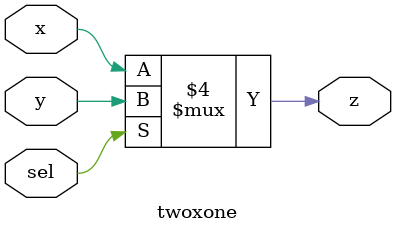
<source format=v>
`timescale 1ns / 1ps


module fourmux_by_2mux(
    input a,
    input b,
    input c,
    input d,
    input [1:0] sel,
    output  y
    );
    
    wire temp1;
    wire temp2;
    
    twoxone mux1(a,b,sel[0],temp1);
    twoxone mux2(c,d,sel[0],temp2);
    twoxone mux3(temp1,temp2,sel[1],y);
    
    endmodule
    
    module twoxone(input x,y,sel,output reg z);
    
    always@(*)
    begin
        if(sel==1'b1) z=y;
        else z=x;
    end
    endmodule
    

</source>
